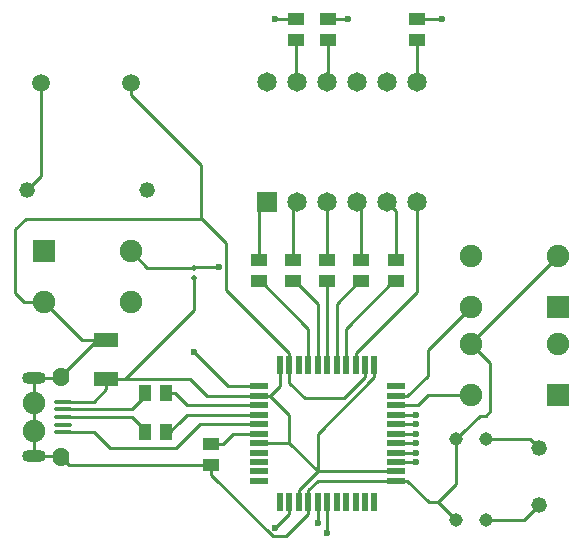
<source format=gtl>
G04 #@! TF.FileFunction,Copper,L1,Top,Signal*
%FSLAX46Y46*%
G04 Gerber Fmt 4.6, Leading zero omitted, Abs format (unit mm)*
G04 Created by KiCad (PCBNEW 4.0.6) date 2018 January 08, Monday 16:40:28*
%MOMM*%
%LPD*%
G01*
G04 APERTURE LIST*
%ADD10C,0.100000*%
%ADD11R,2.032000X1.270000*%
%ADD12R,1.397000X1.016000*%
%ADD13R,1.905000X1.905000*%
%ADD14C,1.905000*%
%ADD15R,1.016000X1.397000*%
%ADD16C,0.497840*%
%ADD17R,1.498600X0.497840*%
%ADD18R,0.497840X1.498600*%
%ADD19R,1.651000X1.651000*%
%ADD20C,1.651000*%
%ADD21O,1.498600X0.398780*%
%ADD22O,1.399540X1.597660*%
%ADD23O,2.032000X1.016000*%
%ADD24C,1.899920*%
%ADD25C,1.498600*%
%ADD26C,1.320800*%
%ADD27C,1.143000*%
%ADD28C,0.600000*%
%ADD29C,0.250000*%
G04 APERTURE END LIST*
D10*
D11*
X124600000Y-80251000D03*
X124600000Y-76949000D03*
D12*
X133500000Y-87589000D03*
X133500000Y-85811000D03*
D13*
X119317000Y-69441000D03*
D14*
X119317000Y-73759000D03*
X126683000Y-73759000D03*
X126683000Y-69441000D03*
D13*
X162863000Y-81639000D03*
D14*
X162863000Y-77321000D03*
X155497000Y-77321000D03*
X155497000Y-81639000D03*
D13*
X162863000Y-74139000D03*
D14*
X162863000Y-69821000D03*
X155497000Y-69821000D03*
X155497000Y-74139000D03*
D15*
X127911000Y-81500000D03*
X129689000Y-81500000D03*
X127911000Y-84800000D03*
X129689000Y-84800000D03*
D16*
X132000000Y-71762280D03*
X132000000Y-70837720D03*
D12*
X137500000Y-71989000D03*
X137500000Y-70211000D03*
X140400000Y-71989000D03*
X140400000Y-70211000D03*
X143300000Y-71989000D03*
X143300000Y-70211000D03*
X146200000Y-71989000D03*
X146200000Y-70211000D03*
X149100000Y-71989000D03*
X149100000Y-70211000D03*
X140700000Y-49811000D03*
X140700000Y-51589000D03*
X143400000Y-49811000D03*
X143400000Y-51589000D03*
X150900000Y-49811000D03*
X150900000Y-51589000D03*
D17*
X137501180Y-80902040D03*
X137501180Y-81702140D03*
X137501180Y-82502240D03*
X137501180Y-83302340D03*
X137501180Y-84102440D03*
X137501180Y-84900000D03*
X137501180Y-85697560D03*
X137501180Y-86497660D03*
X137501180Y-87297760D03*
X137501180Y-88097860D03*
X137501180Y-88897960D03*
D18*
X139302040Y-90698820D03*
X140102140Y-90698820D03*
X140902240Y-90698820D03*
X141702340Y-90698820D03*
X142502440Y-90698820D03*
X143300000Y-90698820D03*
X144097560Y-90698820D03*
X144897660Y-90698820D03*
X145697760Y-90698820D03*
X146497860Y-90698820D03*
X147297960Y-90698820D03*
D17*
X149098820Y-88897960D03*
X149098820Y-88097860D03*
X149098820Y-87297760D03*
X149098820Y-86497660D03*
X149098820Y-85697560D03*
X149098820Y-84900000D03*
X149098820Y-84102440D03*
X149098820Y-83302340D03*
X149098820Y-82502240D03*
X149098820Y-81702140D03*
X149098820Y-80902040D03*
D18*
X147297960Y-79101180D03*
X146497860Y-79101180D03*
X145697760Y-79101180D03*
X144897660Y-79101180D03*
X144097560Y-79101180D03*
X143300000Y-79101180D03*
X142502440Y-79101180D03*
X141702340Y-79101180D03*
X140902240Y-79101180D03*
X140102140Y-79101180D03*
X139302040Y-79101180D03*
D19*
X138200000Y-65300000D03*
D20*
X140740000Y-65300000D03*
X143280000Y-65300000D03*
X145820000Y-65300000D03*
X148360000Y-65300000D03*
X150900000Y-65300000D03*
X150900000Y-55140000D03*
X148360000Y-55140000D03*
X145820000Y-55140000D03*
X143280000Y-55140000D03*
X140740000Y-55140000D03*
X138200000Y-55140000D03*
D21*
X120925700Y-82203180D03*
X120925700Y-82853420D03*
X120925700Y-83501120D03*
X120925700Y-84148820D03*
X120925700Y-84799060D03*
D22*
X120747900Y-80102600D03*
D23*
X118500000Y-80201660D03*
D24*
X118500000Y-82302240D03*
X118500000Y-84700000D03*
D23*
X118500000Y-86800580D03*
D22*
X120747900Y-86899640D03*
D25*
X119100160Y-55200000D03*
X126699840Y-55200000D03*
D26*
X117847000Y-64300000D03*
X128007000Y-64300000D03*
D27*
X154230000Y-92240000D03*
X156770000Y-92240000D03*
X154230000Y-85360000D03*
X156770000Y-85360000D03*
D26*
X161240000Y-90933000D03*
X161240000Y-86107000D03*
D28*
X134100000Y-70800000D03*
X138900260Y-92900000D03*
X138900000Y-49800000D03*
X150800000Y-86500000D03*
X145100000Y-49800000D03*
X150800000Y-85700000D03*
X153000000Y-49800000D03*
X150800000Y-83300000D03*
X150800000Y-87300000D03*
X150800000Y-84900000D03*
X150800000Y-84100000D03*
X132000000Y-78000000D03*
X142500000Y-92450000D03*
X143310000Y-93340000D03*
D29*
X139300000Y-80102520D02*
X139300000Y-80902620D01*
X139300000Y-80902620D02*
X138500480Y-81702140D01*
X139302040Y-79101180D02*
X139302040Y-80100480D01*
X139302040Y-80100480D02*
X139300000Y-80102520D01*
X137501180Y-81702140D02*
X136501880Y-81702140D01*
X136501880Y-81702140D02*
X136499740Y-81700000D01*
X136499740Y-81700000D02*
X133100000Y-81700000D01*
X147297960Y-79101180D02*
X147297960Y-80100480D01*
X147297960Y-80100480D02*
X142502140Y-84896300D01*
X142502140Y-84896300D02*
X142502140Y-88097860D01*
X137501180Y-81702140D02*
X138500480Y-81702140D01*
X138500480Y-81702140D02*
X140101840Y-83303500D01*
X140101840Y-83303500D02*
X140101840Y-85697560D01*
X133100000Y-81700000D02*
X131651000Y-80251000D01*
X131651000Y-80251000D02*
X126149000Y-80251000D01*
X132000000Y-71762280D02*
X132000000Y-74400000D01*
X132000000Y-74400000D02*
X126149000Y-80251000D01*
X126149000Y-80251000D02*
X124600000Y-80251000D01*
X120925700Y-82203180D02*
X123532820Y-82203180D01*
X123532820Y-82203180D02*
X124600000Y-81136000D01*
X124600000Y-81136000D02*
X124600000Y-80251000D01*
X137501180Y-85697560D02*
X140101840Y-85697560D01*
X140101840Y-85697560D02*
X142502140Y-88097860D01*
X142502140Y-88097860D02*
X140902240Y-89697760D01*
X140902240Y-89697760D02*
X140902240Y-90698820D01*
X149098820Y-88097860D02*
X142502140Y-88097860D01*
X157110000Y-82990000D02*
X157110000Y-78934000D01*
X157110000Y-78934000D02*
X155497000Y-77321000D01*
X156720000Y-83380000D02*
X157110000Y-82990000D01*
X156200000Y-83380000D02*
X156720000Y-83380000D01*
X154801499Y-84778501D02*
X156200000Y-83380000D01*
X154230000Y-85360000D02*
X154801499Y-84788501D01*
X154801499Y-84788501D02*
X154801499Y-84778501D01*
X141702340Y-90698820D02*
X141702340Y-89699520D01*
X141702340Y-89699520D02*
X142503900Y-88897960D01*
X142503900Y-88897960D02*
X148099520Y-88897960D01*
X148099520Y-88897960D02*
X149098820Y-88897960D01*
X138675258Y-93600000D02*
X139800460Y-93600000D01*
X139800460Y-93600000D02*
X141702340Y-91698120D01*
X154230000Y-85360000D02*
X154230000Y-89160000D01*
X154230000Y-89160000D02*
X152690000Y-90700000D01*
X154230000Y-92240000D02*
X152690000Y-90700000D01*
X152690000Y-90700000D02*
X151900160Y-90700000D01*
X132700000Y-66700000D02*
X132600000Y-66700000D01*
X132600000Y-66700000D02*
X117800000Y-66700000D01*
X126699840Y-55200000D02*
X126699840Y-56259670D01*
X126699840Y-56259670D02*
X132600000Y-62159830D01*
X132600000Y-62159830D02*
X132600000Y-66700000D01*
X140102140Y-79101180D02*
X140102140Y-78101880D01*
X134725001Y-68725001D02*
X132700000Y-66700000D01*
X117800000Y-66700000D02*
X116900000Y-67600000D01*
X140102140Y-78101880D02*
X134725001Y-72724741D01*
X134725001Y-72724741D02*
X134725001Y-68725001D01*
X116900000Y-67600000D02*
X116900000Y-73000000D01*
X116900000Y-73000000D02*
X117659000Y-73759000D01*
X117659000Y-73759000D02*
X119317000Y-73759000D01*
X118500000Y-82302240D02*
X118500000Y-80201660D01*
X118500000Y-82302240D02*
X118500000Y-84700000D01*
X118500000Y-86800580D02*
X118500000Y-84700000D01*
X141400000Y-81900000D02*
X140102140Y-80602140D01*
X140102140Y-80602140D02*
X140102140Y-79101180D01*
X144698340Y-81900000D02*
X141400000Y-81900000D01*
X146497860Y-79101180D02*
X146497860Y-80100480D01*
X146497860Y-80100480D02*
X144698340Y-81900000D01*
X124600000Y-76949000D02*
X122507000Y-76949000D01*
X122507000Y-76949000D02*
X119317000Y-73759000D01*
X120747900Y-80102600D02*
X120747900Y-80003540D01*
X120747900Y-80003540D02*
X123802440Y-76949000D01*
X123802440Y-76949000D02*
X124600000Y-76949000D01*
X118500000Y-80201660D02*
X120648840Y-80201660D01*
X120648840Y-80201660D02*
X120747900Y-80102600D01*
X118500000Y-86800580D02*
X120648840Y-86800580D01*
X120648840Y-86800580D02*
X120747900Y-86899640D01*
X133500000Y-87589000D02*
X133500000Y-88424742D01*
X133500000Y-88424742D02*
X138675258Y-93600000D01*
X133500000Y-87589000D02*
X121437260Y-87589000D01*
X121437260Y-87589000D02*
X120747900Y-86899640D01*
X141702340Y-90698820D02*
X141702340Y-91698120D01*
X149098820Y-88897960D02*
X150098120Y-88897960D01*
X150098120Y-88897960D02*
X151900160Y-90700000D01*
X162863000Y-69821000D02*
X155497000Y-77187000D01*
X155497000Y-77187000D02*
X155497000Y-77321000D01*
X133500000Y-85811000D02*
X134448500Y-85811000D01*
X134448500Y-85811000D02*
X135359500Y-84900000D01*
X135359500Y-84900000D02*
X136501880Y-84900000D01*
X136501880Y-84900000D02*
X137501180Y-84900000D01*
X126683000Y-69441000D02*
X128079720Y-70837720D01*
X128079720Y-70837720D02*
X132000000Y-70837720D01*
X134100000Y-70800000D02*
X132037720Y-70800000D01*
X132037720Y-70800000D02*
X132000000Y-70837720D01*
X140102140Y-90698820D02*
X140102140Y-91698120D01*
X140102140Y-91698120D02*
X138900260Y-92900000D01*
X151007278Y-82502240D02*
X151870518Y-81639000D01*
X151870518Y-81639000D02*
X155497000Y-81639000D01*
X149098820Y-82502240D02*
X151007278Y-82502240D01*
X151800000Y-80000260D02*
X151800000Y-77836000D01*
X151800000Y-77836000D02*
X155497000Y-74139000D01*
X149098820Y-81702140D02*
X150098120Y-81702140D01*
X150098120Y-81702140D02*
X151800000Y-80000260D01*
X120925700Y-82853420D02*
X126748080Y-82853420D01*
X126748080Y-82853420D02*
X127911000Y-81690500D01*
X127911000Y-81690500D02*
X127911000Y-81500000D01*
X129689000Y-81500000D02*
X130447000Y-81500000D01*
X130447000Y-81500000D02*
X131449240Y-82502240D01*
X131449240Y-82502240D02*
X136501880Y-82502240D01*
X136501880Y-82502240D02*
X137501180Y-82502240D01*
X126802620Y-83501120D02*
X127911000Y-84609500D01*
X127911000Y-84609500D02*
X127911000Y-84800000D01*
X120925700Y-83501120D02*
X126802620Y-83501120D01*
X132000000Y-83302340D02*
X131402340Y-83302340D01*
X131402340Y-83302340D02*
X130804680Y-83900000D01*
X130800000Y-83900000D02*
X129900000Y-84800000D01*
X130804680Y-83900000D02*
X130800000Y-83900000D01*
X129900000Y-84800000D02*
X129689000Y-84800000D01*
X137501180Y-83302340D02*
X132000000Y-83302340D01*
X131944660Y-83302340D02*
X132000000Y-83302340D01*
X130100000Y-84800000D02*
X129689000Y-84800000D01*
X141702340Y-79101180D02*
X141702340Y-76000840D01*
X137690500Y-71989000D02*
X137500000Y-71989000D01*
X141702340Y-76000840D02*
X137690500Y-71989000D01*
X137500000Y-70211000D02*
X137500000Y-66000000D01*
X137500000Y-66000000D02*
X138200000Y-65300000D01*
X142502440Y-79101180D02*
X142502440Y-73900940D01*
X142502440Y-73900940D02*
X140590500Y-71989000D01*
X140590500Y-71989000D02*
X140400000Y-71989000D01*
X140400000Y-70211000D02*
X140400000Y-65640000D01*
X140400000Y-65640000D02*
X140740000Y-65300000D01*
X143300000Y-79101180D02*
X143300000Y-71989000D01*
X143300000Y-70211000D02*
X143300000Y-65320000D01*
X143300000Y-65320000D02*
X143280000Y-65300000D01*
X144097560Y-79101180D02*
X144097560Y-73900940D01*
X144097560Y-73900940D02*
X146009500Y-71989000D01*
X146009500Y-71989000D02*
X146200000Y-71989000D01*
X146200000Y-70211000D02*
X146200000Y-65680000D01*
X146200000Y-65680000D02*
X145820000Y-65300000D01*
X144897660Y-79101180D02*
X144897660Y-76000840D01*
X144897660Y-76000840D02*
X148909500Y-71989000D01*
X148909500Y-71989000D02*
X149100000Y-71989000D01*
X149100000Y-70211000D02*
X149100000Y-66040000D01*
X149100000Y-66040000D02*
X148360000Y-65300000D01*
X138900000Y-49800000D02*
X140689000Y-49800000D01*
X140689000Y-49800000D02*
X140700000Y-49811000D01*
X149098820Y-86497660D02*
X150797660Y-86497660D01*
X150797660Y-86497660D02*
X150800000Y-86500000D01*
X140700000Y-51589000D02*
X140700000Y-55100000D01*
X140700000Y-55100000D02*
X140740000Y-55140000D01*
X145100000Y-49800000D02*
X143411000Y-49800000D01*
X143411000Y-49800000D02*
X143400000Y-49811000D01*
X149098820Y-85697560D02*
X150797560Y-85697560D01*
X150797560Y-85697560D02*
X150800000Y-85700000D01*
X143400000Y-51589000D02*
X143400000Y-55020000D01*
X143400000Y-55020000D02*
X143280000Y-55140000D01*
X153000000Y-49800000D02*
X150911000Y-49800000D01*
X150911000Y-49800000D02*
X150900000Y-49811000D01*
X150100460Y-83300000D02*
X150800000Y-83300000D01*
X149098820Y-83302340D02*
X150098120Y-83302340D01*
X150098120Y-83302340D02*
X150100460Y-83300000D01*
X150900000Y-51589000D02*
X150900000Y-55140000D01*
X124900000Y-86100000D02*
X123599060Y-84799060D01*
X123599060Y-84799060D02*
X120925700Y-84799060D01*
X130500000Y-86100000D02*
X124900000Y-86100000D01*
X132497560Y-84102440D02*
X130500000Y-86100000D01*
X137501180Y-84102440D02*
X132497560Y-84102440D01*
X149098820Y-87297760D02*
X150797760Y-87297760D01*
X150797760Y-87297760D02*
X150800000Y-87300000D01*
X149098820Y-84900000D02*
X150800000Y-84900000D01*
X149098820Y-84102440D02*
X150797560Y-84102440D01*
X150797560Y-84102440D02*
X150800000Y-84100000D01*
X145697760Y-79101180D02*
X145697760Y-78101880D01*
X145697760Y-78101880D02*
X150900000Y-72899640D01*
X150900000Y-72899640D02*
X150900000Y-66467433D01*
X150900000Y-66467433D02*
X150900000Y-65300000D01*
X117847000Y-64300000D02*
X119100160Y-63046840D01*
X119100160Y-63046840D02*
X119100160Y-55200000D01*
X137501180Y-80902040D02*
X134902040Y-80902040D01*
X134902040Y-80902040D02*
X132000000Y-78000000D01*
X142502440Y-90698820D02*
X142502440Y-92447560D01*
X142502440Y-92447560D02*
X142500000Y-92450000D01*
X156770000Y-85360000D02*
X160493000Y-85360000D01*
X160493000Y-85360000D02*
X161240000Y-86107000D01*
X143310000Y-93340000D02*
X143310000Y-90708820D01*
X143310000Y-90708820D02*
X143300000Y-90698820D01*
X156770000Y-92240000D02*
X159933000Y-92240000D01*
X159933000Y-92240000D02*
X161240000Y-90933000D01*
M02*

</source>
